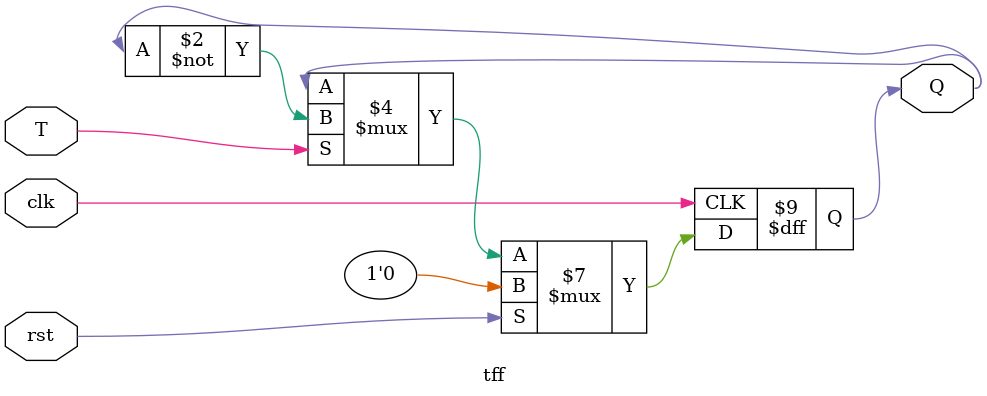
<source format=v>
module tff (input wire T, input wire clk, input wire rst, output reg Q);
always @(posedge clk )
	 begin  if (rst) 
                   Q <= 1'b0;  
                 else if (T)    Q <= ~Q;   // toggle  
	else    Q <= Q;    // hold
end
endmodule

</source>
